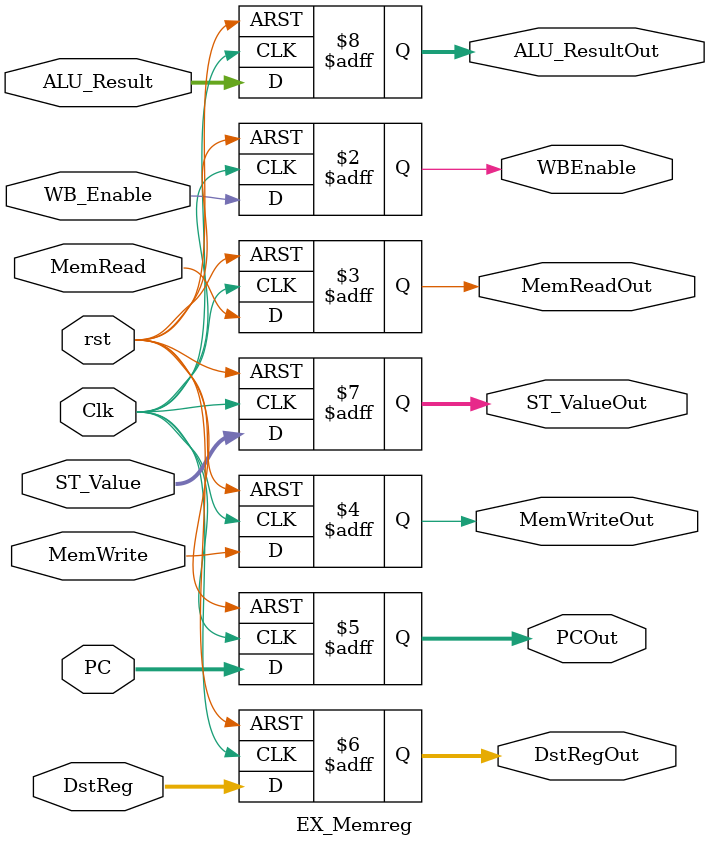
<source format=v>

module EX_Memreg(rst,
                WB_Enable,
                MemWrite,
                MemRead,
                PC,
                ALU_Result,
                ST_Value,
                DstReg,     
                Clk,
                WBEnable,
                MemReadOut,
                MemWriteOut,
                PCOut,
                ALU_ResultOut,
                ST_ValueOut,
                DstRegOut);
  
  input rst,Clk,WB_Enable,MemWrite,MemRead;
  input[9:0] PC;
  input[3:0] DstReg;
  input[15:0] ST_Value;
  input[15:0] ALU_Result;
  
  output reg WBEnable;
  output reg MemReadOut;
  output reg MemWriteOut;
  output reg [9:0] PCOut;
  output reg [3:0] DstRegOut;
  output reg [15:0] ST_ValueOut;
  output reg [15:0] ALU_ResultOut;
  
  always@(posedge Clk, posedge rst) begin
      if(rst) begin
        WBEnable <= 0 ;
        MemReadOut <= 0 ;
        MemWriteOut <= 0 ;
        PCOut <= 0 ;
        DstRegOut <= 0 ;
        ST_ValueOut <= 0 ;
        ALU_ResultOut <= 0 ;
      end
      else begin 
        WBEnable<=WB_Enable;
        MemWriteOut<=MemWrite;
        MemReadOut<=MemRead;
        ST_ValueOut<=ST_Value;
        PCOut<=PC;
        ALU_ResultOut<=ALU_Result;
        DstRegOut<=DstReg;
      end 
  end

endmodule

</source>
